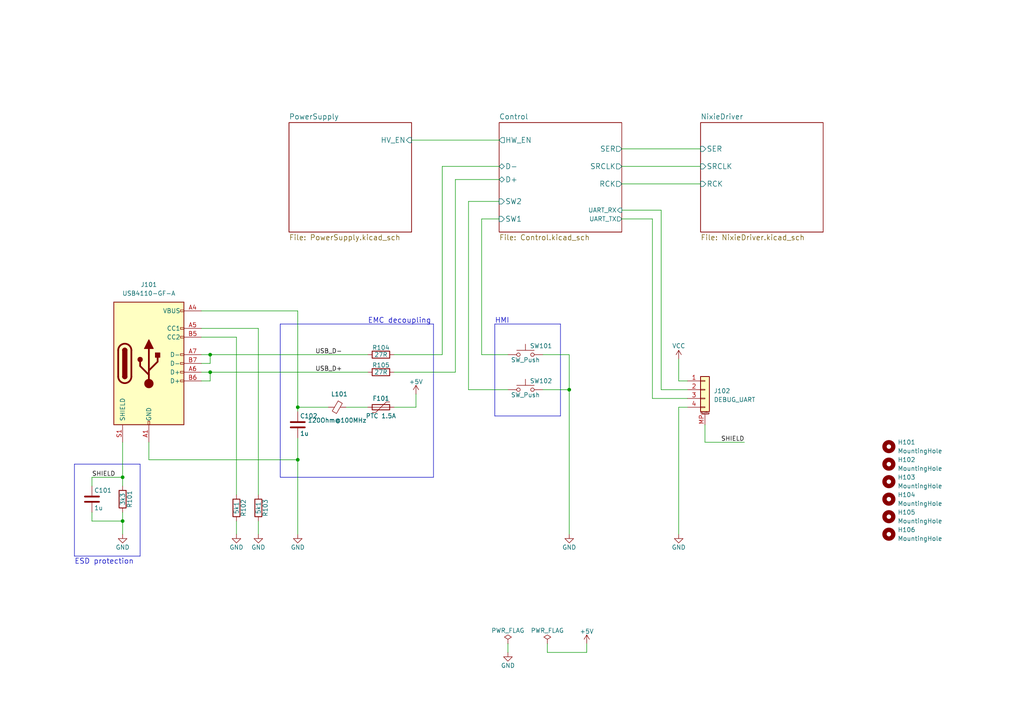
<source format=kicad_sch>
(kicad_sch (version 20230121) (generator eeschema)

  (uuid 93b23311-7353-47b7-aa73-3dc6f6fdf308)

  (paper "A4")

  (lib_symbols
    (symbol "Connector:USB_C_Receptacle_USB2.0_14P" (pin_names (offset 1.016)) (in_bom yes) (on_board yes)
      (property "Reference" "J" (at 0 22.225 0)
        (effects (font (size 1.27 1.27)))
      )
      (property "Value" "USB_C_Receptacle_USB2.0_14P" (at 0 19.685 0)
        (effects (font (size 1.27 1.27)))
      )
      (property "Footprint" "" (at 3.81 0 0)
        (effects (font (size 1.27 1.27)) hide)
      )
      (property "Datasheet" "https://www.usb.org/sites/default/files/documents/usb_type-c.zip" (at 3.81 0 0)
        (effects (font (size 1.27 1.27)) hide)
      )
      (property "ki_keywords" "usb universal serial bus type-C USB2.0" (at 0 0 0)
        (effects (font (size 1.27 1.27)) hide)
      )
      (property "ki_description" "USB 2.0-only 14P Type-C Receptacle connector" (at 0 0 0)
        (effects (font (size 1.27 1.27)) hide)
      )
      (property "ki_fp_filters" "USB*C*Receptacle*" (at 0 0 0)
        (effects (font (size 1.27 1.27)) hide)
      )
      (symbol "USB_C_Receptacle_USB2.0_14P_0_0"
        (rectangle (start -0.254 -17.78) (end 0.254 -16.764)
          (stroke (width 0) (type default))
          (fill (type none))
        )
        (rectangle (start 10.16 -4.826) (end 9.144 -5.334)
          (stroke (width 0) (type default))
          (fill (type none))
        )
        (rectangle (start 10.16 -2.286) (end 9.144 -2.794)
          (stroke (width 0) (type default))
          (fill (type none))
        )
        (rectangle (start 10.16 0.254) (end 9.144 -0.254)
          (stroke (width 0) (type default))
          (fill (type none))
        )
        (rectangle (start 10.16 2.794) (end 9.144 2.286)
          (stroke (width 0) (type default))
          (fill (type none))
        )
        (rectangle (start 10.16 7.874) (end 9.144 7.366)
          (stroke (width 0) (type default))
          (fill (type none))
        )
        (rectangle (start 10.16 10.414) (end 9.144 9.906)
          (stroke (width 0) (type default))
          (fill (type none))
        )
        (rectangle (start 10.16 15.494) (end 9.144 14.986)
          (stroke (width 0) (type default))
          (fill (type none))
        )
      )
      (symbol "USB_C_Receptacle_USB2.0_14P_0_1"
        (rectangle (start -10.16 17.78) (end 10.16 -17.78)
          (stroke (width 0.254) (type default))
          (fill (type background))
        )
        (arc (start -8.89 -3.81) (mid -6.985 -5.7067) (end -5.08 -3.81)
          (stroke (width 0.508) (type default))
          (fill (type none))
        )
        (arc (start -7.62 -3.81) (mid -6.985 -4.4423) (end -6.35 -3.81)
          (stroke (width 0.254) (type default))
          (fill (type none))
        )
        (arc (start -7.62 -3.81) (mid -6.985 -4.4423) (end -6.35 -3.81)
          (stroke (width 0.254) (type default))
          (fill (type outline))
        )
        (rectangle (start -7.62 -3.81) (end -6.35 3.81)
          (stroke (width 0.254) (type default))
          (fill (type outline))
        )
        (arc (start -6.35 3.81) (mid -6.985 4.4423) (end -7.62 3.81)
          (stroke (width 0.254) (type default))
          (fill (type none))
        )
        (arc (start -6.35 3.81) (mid -6.985 4.4423) (end -7.62 3.81)
          (stroke (width 0.254) (type default))
          (fill (type outline))
        )
        (arc (start -5.08 3.81) (mid -6.985 5.7067) (end -8.89 3.81)
          (stroke (width 0.508) (type default))
          (fill (type none))
        )
        (circle (center -2.54 1.143) (radius 0.635)
          (stroke (width 0.254) (type default))
          (fill (type outline))
        )
        (circle (center 0 -5.842) (radius 1.27)
          (stroke (width 0) (type default))
          (fill (type outline))
        )
        (polyline
          (pts
            (xy -8.89 -3.81)
            (xy -8.89 3.81)
          )
          (stroke (width 0.508) (type default))
          (fill (type none))
        )
        (polyline
          (pts
            (xy -5.08 3.81)
            (xy -5.08 -3.81)
          )
          (stroke (width 0.508) (type default))
          (fill (type none))
        )
        (polyline
          (pts
            (xy 0 -5.842)
            (xy 0 4.318)
          )
          (stroke (width 0.508) (type default))
          (fill (type none))
        )
        (polyline
          (pts
            (xy 0 -3.302)
            (xy -2.54 -0.762)
            (xy -2.54 0.508)
          )
          (stroke (width 0.508) (type default))
          (fill (type none))
        )
        (polyline
          (pts
            (xy 0 -2.032)
            (xy 2.54 0.508)
            (xy 2.54 1.778)
          )
          (stroke (width 0.508) (type default))
          (fill (type none))
        )
        (polyline
          (pts
            (xy -1.27 4.318)
            (xy 0 6.858)
            (xy 1.27 4.318)
            (xy -1.27 4.318)
          )
          (stroke (width 0.254) (type default))
          (fill (type outline))
        )
        (rectangle (start 1.905 1.778) (end 3.175 3.048)
          (stroke (width 0.254) (type default))
          (fill (type outline))
        )
      )
      (symbol "USB_C_Receptacle_USB2.0_14P_1_1"
        (pin passive line (at 0 -22.86 90) (length 5.08)
          (name "GND" (effects (font (size 1.27 1.27))))
          (number "A1" (effects (font (size 1.27 1.27))))
        )
        (pin passive line (at 0 -22.86 90) (length 5.08) hide
          (name "GND" (effects (font (size 1.27 1.27))))
          (number "A12" (effects (font (size 1.27 1.27))))
        )
        (pin passive line (at 15.24 15.24 180) (length 5.08)
          (name "VBUS" (effects (font (size 1.27 1.27))))
          (number "A4" (effects (font (size 1.27 1.27))))
        )
        (pin bidirectional line (at 15.24 10.16 180) (length 5.08)
          (name "CC1" (effects (font (size 1.27 1.27))))
          (number "A5" (effects (font (size 1.27 1.27))))
        )
        (pin bidirectional line (at 15.24 -2.54 180) (length 5.08)
          (name "D+" (effects (font (size 1.27 1.27))))
          (number "A6" (effects (font (size 1.27 1.27))))
        )
        (pin bidirectional line (at 15.24 2.54 180) (length 5.08)
          (name "D-" (effects (font (size 1.27 1.27))))
          (number "A7" (effects (font (size 1.27 1.27))))
        )
        (pin passive line (at 15.24 15.24 180) (length 5.08) hide
          (name "VBUS" (effects (font (size 1.27 1.27))))
          (number "A9" (effects (font (size 1.27 1.27))))
        )
        (pin passive line (at 0 -22.86 90) (length 5.08) hide
          (name "GND" (effects (font (size 1.27 1.27))))
          (number "B1" (effects (font (size 1.27 1.27))))
        )
        (pin passive line (at 0 -22.86 90) (length 5.08) hide
          (name "GND" (effects (font (size 1.27 1.27))))
          (number "B12" (effects (font (size 1.27 1.27))))
        )
        (pin passive line (at 15.24 15.24 180) (length 5.08) hide
          (name "VBUS" (effects (font (size 1.27 1.27))))
          (number "B4" (effects (font (size 1.27 1.27))))
        )
        (pin bidirectional line (at 15.24 7.62 180) (length 5.08)
          (name "CC2" (effects (font (size 1.27 1.27))))
          (number "B5" (effects (font (size 1.27 1.27))))
        )
        (pin bidirectional line (at 15.24 -5.08 180) (length 5.08)
          (name "D+" (effects (font (size 1.27 1.27))))
          (number "B6" (effects (font (size 1.27 1.27))))
        )
        (pin bidirectional line (at 15.24 0 180) (length 5.08)
          (name "D-" (effects (font (size 1.27 1.27))))
          (number "B7" (effects (font (size 1.27 1.27))))
        )
        (pin passive line (at 15.24 15.24 180) (length 5.08) hide
          (name "VBUS" (effects (font (size 1.27 1.27))))
          (number "B9" (effects (font (size 1.27 1.27))))
        )
        (pin passive line (at -7.62 -22.86 90) (length 5.08)
          (name "SHIELD" (effects (font (size 1.27 1.27))))
          (number "S1" (effects (font (size 1.27 1.27))))
        )
      )
    )
    (symbol "Connector_Generic_MountingPin:Conn_01x04_MountingPin" (pin_names (offset 1.016) hide) (in_bom yes) (on_board yes)
      (property "Reference" "J" (at 0 5.08 0)
        (effects (font (size 1.27 1.27)))
      )
      (property "Value" "Conn_01x04_MountingPin" (at 1.27 -7.62 0)
        (effects (font (size 1.27 1.27)) (justify left))
      )
      (property "Footprint" "" (at 0 0 0)
        (effects (font (size 1.27 1.27)) hide)
      )
      (property "Datasheet" "~" (at 0 0 0)
        (effects (font (size 1.27 1.27)) hide)
      )
      (property "ki_keywords" "connector" (at 0 0 0)
        (effects (font (size 1.27 1.27)) hide)
      )
      (property "ki_description" "Generic connectable mounting pin connector, single row, 01x04, script generated (kicad-library-utils/schlib/autogen/connector/)" (at 0 0 0)
        (effects (font (size 1.27 1.27)) hide)
      )
      (property "ki_fp_filters" "Connector*:*_1x??-1MP*" (at 0 0 0)
        (effects (font (size 1.27 1.27)) hide)
      )
      (symbol "Conn_01x04_MountingPin_1_1"
        (rectangle (start -1.27 -4.953) (end 0 -5.207)
          (stroke (width 0.1524) (type default))
          (fill (type none))
        )
        (rectangle (start -1.27 -2.413) (end 0 -2.667)
          (stroke (width 0.1524) (type default))
          (fill (type none))
        )
        (rectangle (start -1.27 0.127) (end 0 -0.127)
          (stroke (width 0.1524) (type default))
          (fill (type none))
        )
        (rectangle (start -1.27 2.667) (end 0 2.413)
          (stroke (width 0.1524) (type default))
          (fill (type none))
        )
        (rectangle (start -1.27 3.81) (end 1.27 -6.35)
          (stroke (width 0.254) (type default))
          (fill (type background))
        )
        (polyline
          (pts
            (xy -1.016 -7.112)
            (xy 1.016 -7.112)
          )
          (stroke (width 0.1524) (type default))
          (fill (type none))
        )
        (text "Mounting" (at 0 -6.731 0)
          (effects (font (size 0.381 0.381)))
        )
        (pin passive line (at -5.08 2.54 0) (length 3.81)
          (name "Pin_1" (effects (font (size 1.27 1.27))))
          (number "1" (effects (font (size 1.27 1.27))))
        )
        (pin passive line (at -5.08 0 0) (length 3.81)
          (name "Pin_2" (effects (font (size 1.27 1.27))))
          (number "2" (effects (font (size 1.27 1.27))))
        )
        (pin passive line (at -5.08 -2.54 0) (length 3.81)
          (name "Pin_3" (effects (font (size 1.27 1.27))))
          (number "3" (effects (font (size 1.27 1.27))))
        )
        (pin passive line (at -5.08 -5.08 0) (length 3.81)
          (name "Pin_4" (effects (font (size 1.27 1.27))))
          (number "4" (effects (font (size 1.27 1.27))))
        )
        (pin passive line (at 0 -10.16 90) (length 3.048)
          (name "MountPin" (effects (font (size 1.27 1.27))))
          (number "MP" (effects (font (size 1.27 1.27))))
        )
      )
    )
    (symbol "Device:C" (pin_numbers hide) (pin_names (offset 0.254)) (in_bom yes) (on_board yes)
      (property "Reference" "C" (at 0.635 2.54 0)
        (effects (font (size 1.27 1.27)) (justify left))
      )
      (property "Value" "C" (at 0.635 -2.54 0)
        (effects (font (size 1.27 1.27)) (justify left))
      )
      (property "Footprint" "" (at 0.9652 -3.81 0)
        (effects (font (size 1.27 1.27)) hide)
      )
      (property "Datasheet" "~" (at 0 0 0)
        (effects (font (size 1.27 1.27)) hide)
      )
      (property "ki_keywords" "cap capacitor" (at 0 0 0)
        (effects (font (size 1.27 1.27)) hide)
      )
      (property "ki_description" "Unpolarized capacitor" (at 0 0 0)
        (effects (font (size 1.27 1.27)) hide)
      )
      (property "ki_fp_filters" "C_*" (at 0 0 0)
        (effects (font (size 1.27 1.27)) hide)
      )
      (symbol "C_0_1"
        (polyline
          (pts
            (xy -2.032 -0.762)
            (xy 2.032 -0.762)
          )
          (stroke (width 0.508) (type default))
          (fill (type none))
        )
        (polyline
          (pts
            (xy -2.032 0.762)
            (xy 2.032 0.762)
          )
          (stroke (width 0.508) (type default))
          (fill (type none))
        )
      )
      (symbol "C_1_1"
        (pin passive line (at 0 3.81 270) (length 2.794)
          (name "~" (effects (font (size 1.27 1.27))))
          (number "1" (effects (font (size 1.27 1.27))))
        )
        (pin passive line (at 0 -3.81 90) (length 2.794)
          (name "~" (effects (font (size 1.27 1.27))))
          (number "2" (effects (font (size 1.27 1.27))))
        )
      )
    )
    (symbol "Device:FerriteBead_Small" (pin_numbers hide) (pin_names (offset 0)) (in_bom yes) (on_board yes)
      (property "Reference" "FB" (at 1.905 1.27 0)
        (effects (font (size 1.27 1.27)) (justify left))
      )
      (property "Value" "FerriteBead_Small" (at 1.905 -1.27 0)
        (effects (font (size 1.27 1.27)) (justify left))
      )
      (property "Footprint" "" (at -1.778 0 90)
        (effects (font (size 1.27 1.27)) hide)
      )
      (property "Datasheet" "~" (at 0 0 0)
        (effects (font (size 1.27 1.27)) hide)
      )
      (property "ki_keywords" "L ferrite bead inductor filter" (at 0 0 0)
        (effects (font (size 1.27 1.27)) hide)
      )
      (property "ki_description" "Ferrite bead, small symbol" (at 0 0 0)
        (effects (font (size 1.27 1.27)) hide)
      )
      (property "ki_fp_filters" "Inductor_* L_* *Ferrite*" (at 0 0 0)
        (effects (font (size 1.27 1.27)) hide)
      )
      (symbol "FerriteBead_Small_0_1"
        (polyline
          (pts
            (xy 0 -1.27)
            (xy 0 -0.7874)
          )
          (stroke (width 0) (type default))
          (fill (type none))
        )
        (polyline
          (pts
            (xy 0 0.889)
            (xy 0 1.2954)
          )
          (stroke (width 0) (type default))
          (fill (type none))
        )
        (polyline
          (pts
            (xy -1.8288 0.2794)
            (xy -1.1176 1.4986)
            (xy 1.8288 -0.2032)
            (xy 1.1176 -1.4224)
            (xy -1.8288 0.2794)
          )
          (stroke (width 0) (type default))
          (fill (type none))
        )
      )
      (symbol "FerriteBead_Small_1_1"
        (pin passive line (at 0 2.54 270) (length 1.27)
          (name "~" (effects (font (size 1.27 1.27))))
          (number "1" (effects (font (size 1.27 1.27))))
        )
        (pin passive line (at 0 -2.54 90) (length 1.27)
          (name "~" (effects (font (size 1.27 1.27))))
          (number "2" (effects (font (size 1.27 1.27))))
        )
      )
    )
    (symbol "Device:Polyfuse" (pin_numbers hide) (pin_names (offset 0)) (in_bom yes) (on_board yes)
      (property "Reference" "F" (at -2.54 0 90)
        (effects (font (size 1.27 1.27)))
      )
      (property "Value" "Polyfuse" (at 2.54 0 90)
        (effects (font (size 1.27 1.27)))
      )
      (property "Footprint" "" (at 1.27 -5.08 0)
        (effects (font (size 1.27 1.27)) (justify left) hide)
      )
      (property "Datasheet" "~" (at 0 0 0)
        (effects (font (size 1.27 1.27)) hide)
      )
      (property "ki_keywords" "resettable fuse PTC PPTC polyfuse polyswitch" (at 0 0 0)
        (effects (font (size 1.27 1.27)) hide)
      )
      (property "ki_description" "Resettable fuse, polymeric positive temperature coefficient" (at 0 0 0)
        (effects (font (size 1.27 1.27)) hide)
      )
      (property "ki_fp_filters" "*polyfuse* *PTC*" (at 0 0 0)
        (effects (font (size 1.27 1.27)) hide)
      )
      (symbol "Polyfuse_0_1"
        (rectangle (start -0.762 2.54) (end 0.762 -2.54)
          (stroke (width 0.254) (type default))
          (fill (type none))
        )
        (polyline
          (pts
            (xy 0 2.54)
            (xy 0 -2.54)
          )
          (stroke (width 0) (type default))
          (fill (type none))
        )
        (polyline
          (pts
            (xy -1.524 2.54)
            (xy -1.524 1.524)
            (xy 1.524 -1.524)
            (xy 1.524 -2.54)
          )
          (stroke (width 0) (type default))
          (fill (type none))
        )
      )
      (symbol "Polyfuse_1_1"
        (pin passive line (at 0 3.81 270) (length 1.27)
          (name "~" (effects (font (size 1.27 1.27))))
          (number "1" (effects (font (size 1.27 1.27))))
        )
        (pin passive line (at 0 -3.81 90) (length 1.27)
          (name "~" (effects (font (size 1.27 1.27))))
          (number "2" (effects (font (size 1.27 1.27))))
        )
      )
    )
    (symbol "Device:R" (pin_numbers hide) (pin_names (offset 0)) (in_bom yes) (on_board yes)
      (property "Reference" "R" (at 2.032 0 90)
        (effects (font (size 1.27 1.27)))
      )
      (property "Value" "R" (at 0 0 90)
        (effects (font (size 1.27 1.27)))
      )
      (property "Footprint" "" (at -1.778 0 90)
        (effects (font (size 1.27 1.27)) hide)
      )
      (property "Datasheet" "~" (at 0 0 0)
        (effects (font (size 1.27 1.27)) hide)
      )
      (property "ki_keywords" "R res resistor" (at 0 0 0)
        (effects (font (size 1.27 1.27)) hide)
      )
      (property "ki_description" "Resistor" (at 0 0 0)
        (effects (font (size 1.27 1.27)) hide)
      )
      (property "ki_fp_filters" "R_*" (at 0 0 0)
        (effects (font (size 1.27 1.27)) hide)
      )
      (symbol "R_0_1"
        (rectangle (start -1.016 -2.54) (end 1.016 2.54)
          (stroke (width 0.254) (type default))
          (fill (type none))
        )
      )
      (symbol "R_1_1"
        (pin passive line (at 0 3.81 270) (length 1.27)
          (name "~" (effects (font (size 1.27 1.27))))
          (number "1" (effects (font (size 1.27 1.27))))
        )
        (pin passive line (at 0 -3.81 90) (length 1.27)
          (name "~" (effects (font (size 1.27 1.27))))
          (number "2" (effects (font (size 1.27 1.27))))
        )
      )
    )
    (symbol "Mechanical:MountingHole" (pin_names (offset 1.016)) (in_bom yes) (on_board yes)
      (property "Reference" "H" (at 0 5.08 0)
        (effects (font (size 1.27 1.27)))
      )
      (property "Value" "MountingHole" (at 0 3.175 0)
        (effects (font (size 1.27 1.27)))
      )
      (property "Footprint" "" (at 0 0 0)
        (effects (font (size 1.27 1.27)) hide)
      )
      (property "Datasheet" "~" (at 0 0 0)
        (effects (font (size 1.27 1.27)) hide)
      )
      (property "ki_keywords" "mounting hole" (at 0 0 0)
        (effects (font (size 1.27 1.27)) hide)
      )
      (property "ki_description" "Mounting Hole without connection" (at 0 0 0)
        (effects (font (size 1.27 1.27)) hide)
      )
      (property "ki_fp_filters" "MountingHole*" (at 0 0 0)
        (effects (font (size 1.27 1.27)) hide)
      )
      (symbol "MountingHole_0_1"
        (circle (center 0 0) (radius 1.27)
          (stroke (width 1.27) (type default))
          (fill (type none))
        )
      )
    )
    (symbol "Switch:SW_Push" (pin_numbers hide) (pin_names (offset 1.016) hide) (in_bom yes) (on_board yes)
      (property "Reference" "SW" (at 1.27 2.54 0)
        (effects (font (size 1.27 1.27)) (justify left))
      )
      (property "Value" "SW_Push" (at 0 -1.524 0)
        (effects (font (size 1.27 1.27)))
      )
      (property "Footprint" "" (at 0 5.08 0)
        (effects (font (size 1.27 1.27)) hide)
      )
      (property "Datasheet" "~" (at 0 5.08 0)
        (effects (font (size 1.27 1.27)) hide)
      )
      (property "ki_keywords" "switch normally-open pushbutton push-button" (at 0 0 0)
        (effects (font (size 1.27 1.27)) hide)
      )
      (property "ki_description" "Push button switch, generic, two pins" (at 0 0 0)
        (effects (font (size 1.27 1.27)) hide)
      )
      (symbol "SW_Push_0_1"
        (circle (center -2.032 0) (radius 0.508)
          (stroke (width 0) (type default))
          (fill (type none))
        )
        (polyline
          (pts
            (xy 0 1.27)
            (xy 0 3.048)
          )
          (stroke (width 0) (type default))
          (fill (type none))
        )
        (polyline
          (pts
            (xy 2.54 1.27)
            (xy -2.54 1.27)
          )
          (stroke (width 0) (type default))
          (fill (type none))
        )
        (circle (center 2.032 0) (radius 0.508)
          (stroke (width 0) (type default))
          (fill (type none))
        )
        (pin passive line (at -5.08 0 0) (length 2.54)
          (name "1" (effects (font (size 1.27 1.27))))
          (number "1" (effects (font (size 1.27 1.27))))
        )
        (pin passive line (at 5.08 0 180) (length 2.54)
          (name "2" (effects (font (size 1.27 1.27))))
          (number "2" (effects (font (size 1.27 1.27))))
        )
      )
    )
    (symbol "power:+5V" (power) (pin_names (offset 0)) (in_bom yes) (on_board yes)
      (property "Reference" "#PWR" (at 0 -3.81 0)
        (effects (font (size 1.27 1.27)) hide)
      )
      (property "Value" "+5V" (at 0 3.556 0)
        (effects (font (size 1.27 1.27)))
      )
      (property "Footprint" "" (at 0 0 0)
        (effects (font (size 1.27 1.27)) hide)
      )
      (property "Datasheet" "" (at 0 0 0)
        (effects (font (size 1.27 1.27)) hide)
      )
      (property "ki_keywords" "global power" (at 0 0 0)
        (effects (font (size 1.27 1.27)) hide)
      )
      (property "ki_description" "Power symbol creates a global label with name \"+5V\"" (at 0 0 0)
        (effects (font (size 1.27 1.27)) hide)
      )
      (symbol "+5V_0_1"
        (polyline
          (pts
            (xy -0.762 1.27)
            (xy 0 2.54)
          )
          (stroke (width 0) (type default))
          (fill (type none))
        )
        (polyline
          (pts
            (xy 0 0)
            (xy 0 2.54)
          )
          (stroke (width 0) (type default))
          (fill (type none))
        )
        (polyline
          (pts
            (xy 0 2.54)
            (xy 0.762 1.27)
          )
          (stroke (width 0) (type default))
          (fill (type none))
        )
      )
      (symbol "+5V_1_1"
        (pin power_in line (at 0 0 90) (length 0) hide
          (name "+5V" (effects (font (size 1.27 1.27))))
          (number "1" (effects (font (size 1.27 1.27))))
        )
      )
    )
    (symbol "power:GND" (power) (pin_names (offset 0)) (in_bom yes) (on_board yes)
      (property "Reference" "#PWR" (at 0 -6.35 0)
        (effects (font (size 1.27 1.27)) hide)
      )
      (property "Value" "GND" (at 0 -3.81 0)
        (effects (font (size 1.27 1.27)))
      )
      (property "Footprint" "" (at 0 0 0)
        (effects (font (size 1.27 1.27)) hide)
      )
      (property "Datasheet" "" (at 0 0 0)
        (effects (font (size 1.27 1.27)) hide)
      )
      (property "ki_keywords" "global power" (at 0 0 0)
        (effects (font (size 1.27 1.27)) hide)
      )
      (property "ki_description" "Power symbol creates a global label with name \"GND\" , ground" (at 0 0 0)
        (effects (font (size 1.27 1.27)) hide)
      )
      (symbol "GND_0_1"
        (polyline
          (pts
            (xy 0 0)
            (xy 0 -1.27)
            (xy 1.27 -1.27)
            (xy 0 -2.54)
            (xy -1.27 -1.27)
            (xy 0 -1.27)
          )
          (stroke (width 0) (type default))
          (fill (type none))
        )
      )
      (symbol "GND_1_1"
        (pin power_in line (at 0 0 270) (length 0) hide
          (name "GND" (effects (font (size 1.27 1.27))))
          (number "1" (effects (font (size 1.27 1.27))))
        )
      )
    )
    (symbol "power:PWR_FLAG" (power) (pin_numbers hide) (pin_names (offset 0) hide) (in_bom yes) (on_board yes)
      (property "Reference" "#FLG" (at 0 1.905 0)
        (effects (font (size 1.27 1.27)) hide)
      )
      (property "Value" "PWR_FLAG" (at 0 3.81 0)
        (effects (font (size 1.27 1.27)))
      )
      (property "Footprint" "" (at 0 0 0)
        (effects (font (size 1.27 1.27)) hide)
      )
      (property "Datasheet" "~" (at 0 0 0)
        (effects (font (size 1.27 1.27)) hide)
      )
      (property "ki_keywords" "flag power" (at 0 0 0)
        (effects (font (size 1.27 1.27)) hide)
      )
      (property "ki_description" "Special symbol for telling ERC where power comes from" (at 0 0 0)
        (effects (font (size 1.27 1.27)) hide)
      )
      (symbol "PWR_FLAG_0_0"
        (pin power_out line (at 0 0 90) (length 0)
          (name "pwr" (effects (font (size 1.27 1.27))))
          (number "1" (effects (font (size 1.27 1.27))))
        )
      )
      (symbol "PWR_FLAG_0_1"
        (polyline
          (pts
            (xy 0 0)
            (xy 0 1.27)
            (xy -1.016 1.905)
            (xy 0 2.54)
            (xy 1.016 1.905)
            (xy 0 1.27)
          )
          (stroke (width 0) (type default))
          (fill (type none))
        )
      )
    )
    (symbol "power:VCC" (power) (pin_names (offset 0)) (in_bom yes) (on_board yes)
      (property "Reference" "#PWR" (at 0 -3.81 0)
        (effects (font (size 1.27 1.27)) hide)
      )
      (property "Value" "VCC" (at 0 3.81 0)
        (effects (font (size 1.27 1.27)))
      )
      (property "Footprint" "" (at 0 0 0)
        (effects (font (size 1.27 1.27)) hide)
      )
      (property "Datasheet" "" (at 0 0 0)
        (effects (font (size 1.27 1.27)) hide)
      )
      (property "ki_keywords" "global power" (at 0 0 0)
        (effects (font (size 1.27 1.27)) hide)
      )
      (property "ki_description" "Power symbol creates a global label with name \"VCC\"" (at 0 0 0)
        (effects (font (size 1.27 1.27)) hide)
      )
      (symbol "VCC_0_1"
        (polyline
          (pts
            (xy -0.762 1.27)
            (xy 0 2.54)
          )
          (stroke (width 0) (type default))
          (fill (type none))
        )
        (polyline
          (pts
            (xy 0 0)
            (xy 0 2.54)
          )
          (stroke (width 0) (type default))
          (fill (type none))
        )
        (polyline
          (pts
            (xy 0 2.54)
            (xy 0.762 1.27)
          )
          (stroke (width 0) (type default))
          (fill (type none))
        )
      )
      (symbol "VCC_1_1"
        (pin power_in line (at 0 0 90) (length 0) hide
          (name "VCC" (effects (font (size 1.27 1.27))))
          (number "1" (effects (font (size 1.27 1.27))))
        )
      )
    )
  )

  (junction (at 86.36 118.11) (diameter 0) (color 0 0 0 0)
    (uuid 07d948f6-9da3-4e86-a1bc-3eeb9f427964)
  )
  (junction (at 60.96 102.87) (diameter 0) (color 0 0 0 0)
    (uuid 22dcda90-cfcb-4db9-8831-c5db668b18a7)
  )
  (junction (at 35.56 138.43) (diameter 0) (color 0 0 0 0)
    (uuid 5f24413b-9cf0-4431-8215-1ae117a405f4)
  )
  (junction (at 86.36 133.35) (diameter 0) (color 0 0 0 0)
    (uuid 8efb6eef-6a82-4b8d-89b4-fffefec3ce25)
  )
  (junction (at 35.56 151.13) (diameter 0) (color 0 0 0 0)
    (uuid 9e81b8b6-2ac2-4117-b525-08e7936ace11)
  )
  (junction (at 60.96 107.95) (diameter 0) (color 0 0 0 0)
    (uuid afcaa54e-8d7c-4d7c-8c80-48eb6bc54061)
  )
  (junction (at 165.1 113.03) (diameter 0) (color 0 0 0 0)
    (uuid bae2b3d8-a6fb-4552-ae98-171af091b444)
  )

  (wire (pts (xy 191.77 113.03) (xy 199.39 113.03))
    (stroke (width 0) (type default))
    (uuid 0441f2e5-0754-4409-8288-8cff3ad3060a)
  )
  (wire (pts (xy 26.67 148.59) (xy 26.67 151.13))
    (stroke (width 0) (type default))
    (uuid 17d2a28e-361d-4af8-9a9d-e144dcf81a75)
  )
  (wire (pts (xy 180.34 60.96) (xy 191.77 60.96))
    (stroke (width 0) (type default))
    (uuid 18491d91-e9dd-4f15-9fa7-0ebc3284e856)
  )
  (wire (pts (xy 35.56 148.59) (xy 35.56 151.13))
    (stroke (width 0) (type default))
    (uuid 18949791-93b9-4482-99fa-bc1c8f39f327)
  )
  (wire (pts (xy 58.42 107.95) (xy 60.96 107.95))
    (stroke (width 0) (type default))
    (uuid 19a71bdd-dcc1-4bb7-b807-5bc4a46f3666)
  )
  (wire (pts (xy 147.32 189.23) (xy 147.32 186.69))
    (stroke (width 0) (type default))
    (uuid 19c3d4ee-0d86-4f2e-8f11-a8dcff84e1ba)
  )
  (wire (pts (xy 86.36 118.11) (xy 95.25 118.11))
    (stroke (width 0) (type default))
    (uuid 22d6b1a6-2728-4422-be1c-b0c5503cd27f)
  )
  (wire (pts (xy 68.58 151.13) (xy 68.58 154.94))
    (stroke (width 0) (type default))
    (uuid 23afda09-9e2f-42d8-806a-d5b5451bcd99)
  )
  (wire (pts (xy 132.08 52.07) (xy 144.78 52.07))
    (stroke (width 0) (type default))
    (uuid 24e4b961-e098-4394-9bcf-bf6e2a0d3984)
  )
  (wire (pts (xy 35.56 151.13) (xy 35.56 154.94))
    (stroke (width 0) (type default))
    (uuid 25a0bd08-00ab-40f8-8698-c774054f9f78)
  )
  (wire (pts (xy 196.85 118.11) (xy 196.85 154.94))
    (stroke (width 0) (type default))
    (uuid 2a5bf2ff-c2c8-4659-9681-c762dac4f090)
  )
  (wire (pts (xy 58.42 90.17) (xy 86.36 90.17))
    (stroke (width 0) (type default))
    (uuid 31fbe77e-1158-4eda-974e-7755794805a2)
  )
  (wire (pts (xy 43.18 128.27) (xy 43.18 133.35))
    (stroke (width 0) (type default))
    (uuid 336afe2a-61cd-4c08-8efd-10ccaa8a36c7)
  )
  (wire (pts (xy 58.42 105.41) (xy 60.96 105.41))
    (stroke (width 0) (type default))
    (uuid 372d45f0-d6b9-4cba-9a9b-a3aae70dc494)
  )
  (wire (pts (xy 199.39 118.11) (xy 196.85 118.11))
    (stroke (width 0) (type default))
    (uuid 377840e1-f5f1-4e6c-9508-efcc5c25cad4)
  )
  (polyline (pts (xy 40.64 161.29) (xy 40.64 134.62))
    (stroke (width 0) (type default))
    (uuid 3d8c33d2-c54f-4339-9ac3-52eebcc7343d)
  )
  (polyline (pts (xy 143.51 93.98) (xy 143.51 120.65))
    (stroke (width 0) (type default))
    (uuid 405a61a0-4bb3-4916-a38b-037d504a5078)
  )

  (wire (pts (xy 114.3 107.95) (xy 132.08 107.95))
    (stroke (width 0) (type default))
    (uuid 44aee031-1ba0-4ad2-bbe8-82d8c4a85cf2)
  )
  (wire (pts (xy 139.7 102.87) (xy 139.7 63.5))
    (stroke (width 0) (type default))
    (uuid 4566c49a-22b2-45dc-a8ec-93288d15bc64)
  )
  (wire (pts (xy 60.96 105.41) (xy 60.96 102.87))
    (stroke (width 0) (type default))
    (uuid 45dbd63c-f95b-40ff-a367-55164cfcd0b1)
  )
  (wire (pts (xy 74.93 151.13) (xy 74.93 154.94))
    (stroke (width 0) (type default))
    (uuid 4ad6ad7f-0ab5-4d7c-ad57-f72444a0db88)
  )
  (wire (pts (xy 86.36 90.17) (xy 86.36 118.11))
    (stroke (width 0) (type default))
    (uuid 4e21543b-b338-4429-87de-dfd714e38740)
  )
  (polyline (pts (xy 81.28 138.43) (xy 125.73 138.43))
    (stroke (width 0) (type default))
    (uuid 5309ad78-2f73-4d8d-be52-4486f912d355)
  )

  (wire (pts (xy 165.1 113.03) (xy 157.48 113.03))
    (stroke (width 0) (type default))
    (uuid 53cb4cd9-1e47-48ca-a1ce-4c530af67b69)
  )
  (wire (pts (xy 120.65 118.11) (xy 120.65 114.3))
    (stroke (width 0) (type default))
    (uuid 57183640-6ac4-4429-a773-468bbba22b0a)
  )
  (wire (pts (xy 86.36 127) (xy 86.36 133.35))
    (stroke (width 0) (type default))
    (uuid 5779e486-99d0-49f9-a68a-029fcf668637)
  )
  (wire (pts (xy 86.36 118.11) (xy 86.36 119.38))
    (stroke (width 0) (type default))
    (uuid 57c31f33-efcb-46f5-8443-8fea432b98f6)
  )
  (wire (pts (xy 74.93 95.25) (xy 74.93 143.51))
    (stroke (width 0) (type default))
    (uuid 5b8c167f-02de-4845-930c-71f706f00d16)
  )
  (wire (pts (xy 191.77 60.96) (xy 191.77 113.03))
    (stroke (width 0) (type default))
    (uuid 5dc02004-2140-4890-96da-81c9fd2a6c83)
  )
  (wire (pts (xy 68.58 97.79) (xy 68.58 143.51))
    (stroke (width 0) (type default))
    (uuid 60de70c0-8efd-4fc2-8b30-d5ff9ee8c415)
  )
  (wire (pts (xy 135.89 113.03) (xy 135.89 58.42))
    (stroke (width 0) (type default))
    (uuid 6336a141-2623-4cbd-825f-9f7915fd0df8)
  )
  (wire (pts (xy 158.75 189.23) (xy 170.18 189.23))
    (stroke (width 0) (type default))
    (uuid 63f00bd3-56c2-4da3-a3b8-c5ef83fdf98f)
  )
  (wire (pts (xy 128.27 102.87) (xy 128.27 48.26))
    (stroke (width 0) (type default))
    (uuid 646bc116-214f-41d1-bbb6-71b5558c05d9)
  )
  (wire (pts (xy 100.33 118.11) (xy 106.68 118.11))
    (stroke (width 0) (type default))
    (uuid 664d7cd9-9ba4-46e1-a2b6-e9b382b36a4b)
  )
  (wire (pts (xy 147.32 113.03) (xy 135.89 113.03))
    (stroke (width 0) (type default))
    (uuid 6922b12b-c278-4179-94b7-6be075d387fe)
  )
  (wire (pts (xy 26.67 151.13) (xy 35.56 151.13))
    (stroke (width 0) (type default))
    (uuid 70074a52-67b5-4e47-9db9-cc265c796851)
  )
  (wire (pts (xy 114.3 118.11) (xy 120.65 118.11))
    (stroke (width 0) (type default))
    (uuid 70bd9062-c0b8-4405-8210-64a8c53fbc53)
  )
  (wire (pts (xy 35.56 140.97) (xy 35.56 138.43))
    (stroke (width 0) (type default))
    (uuid 70cc3fce-7e98-4de8-b06f-aadc82e39156)
  )
  (wire (pts (xy 180.34 53.34) (xy 203.2 53.34))
    (stroke (width 0) (type default))
    (uuid 738e7311-db25-4ced-9b90-3ec5eec956f2)
  )
  (polyline (pts (xy 162.56 120.65) (xy 162.56 93.98))
    (stroke (width 0) (type default))
    (uuid 75207782-d2ef-4fc5-9ea9-00e3d6e0c9a3)
  )

  (wire (pts (xy 26.67 138.43) (xy 35.56 138.43))
    (stroke (width 0) (type default))
    (uuid 7725625d-2ba5-45ab-8414-cd2371d4d92a)
  )
  (wire (pts (xy 180.34 43.18) (xy 203.2 43.18))
    (stroke (width 0) (type default))
    (uuid 7a4832d6-bf0a-487a-9f49-8ea0a2ac646b)
  )
  (wire (pts (xy 139.7 63.5) (xy 144.78 63.5))
    (stroke (width 0) (type default))
    (uuid 7bc1101c-c015-417a-a6e6-cc4cf9ef747b)
  )
  (wire (pts (xy 132.08 107.95) (xy 132.08 52.07))
    (stroke (width 0) (type default))
    (uuid 7d5847a8-2132-496b-9e8c-f250b5ccd699)
  )
  (wire (pts (xy 58.42 102.87) (xy 60.96 102.87))
    (stroke (width 0) (type default))
    (uuid 7ed1a409-19f0-47de-845b-f52d88e8fcf7)
  )
  (polyline (pts (xy 21.59 134.62) (xy 21.59 161.29))
    (stroke (width 0) (type default))
    (uuid 8d657ef0-7c86-4b5e-a103-ac9597768d84)
  )

  (wire (pts (xy 189.23 63.5) (xy 189.23 115.57))
    (stroke (width 0) (type default))
    (uuid 8f8edd37-a151-4ba3-8a21-d8e2f7a0f40e)
  )
  (wire (pts (xy 114.3 102.87) (xy 128.27 102.87))
    (stroke (width 0) (type default))
    (uuid 8fa1ab60-56aa-4248-a342-db298e29b556)
  )
  (wire (pts (xy 199.39 110.49) (xy 196.85 110.49))
    (stroke (width 0) (type default))
    (uuid 911c4146-81db-4bba-a259-75ea635fd287)
  )
  (wire (pts (xy 35.56 138.43) (xy 35.56 128.27))
    (stroke (width 0) (type default))
    (uuid 916a5545-e974-4129-bdae-c37d471792e5)
  )
  (wire (pts (xy 128.27 48.26) (xy 144.78 48.26))
    (stroke (width 0) (type default))
    (uuid 9425d9ac-db23-4471-ac78-74f7b03f6c7d)
  )
  (wire (pts (xy 165.1 113.03) (xy 165.1 154.94))
    (stroke (width 0) (type default))
    (uuid 969f3a2a-8e31-40a2-a012-488bdec938bd)
  )
  (wire (pts (xy 165.1 102.87) (xy 165.1 113.03))
    (stroke (width 0) (type default))
    (uuid 9b1f582b-d61f-4cf9-9f0b-e3cbd14e2a8f)
  )
  (wire (pts (xy 60.96 107.95) (xy 106.68 107.95))
    (stroke (width 0) (type default))
    (uuid 9d49d4b7-4a76-4209-804c-15ae4346e26c)
  )
  (wire (pts (xy 189.23 115.57) (xy 199.39 115.57))
    (stroke (width 0) (type default))
    (uuid 9e3a2246-1c7b-4bf9-80dc-0af63ae81feb)
  )
  (wire (pts (xy 157.48 102.87) (xy 165.1 102.87))
    (stroke (width 0) (type default))
    (uuid a080ba0c-2e72-4c0e-a715-3da170de5786)
  )
  (wire (pts (xy 204.47 128.27) (xy 215.9 128.27))
    (stroke (width 0) (type default))
    (uuid a13e2f27-9257-4ab9-981d-b3993e97f65d)
  )
  (wire (pts (xy 86.36 133.35) (xy 86.36 154.94))
    (stroke (width 0) (type default))
    (uuid acb84442-0b2a-4f29-9dac-e5a9e341a979)
  )
  (wire (pts (xy 147.32 102.87) (xy 139.7 102.87))
    (stroke (width 0) (type default))
    (uuid ad1a9798-9ed6-4409-8ce5-38386c610e28)
  )
  (wire (pts (xy 43.18 133.35) (xy 86.36 133.35))
    (stroke (width 0) (type default))
    (uuid aed836e6-c66f-4223-a4c6-c9ea6dc7cb11)
  )
  (wire (pts (xy 60.96 110.49) (xy 60.96 107.95))
    (stroke (width 0) (type default))
    (uuid af779426-dcd3-40e2-a90b-d605c2c7a550)
  )
  (wire (pts (xy 158.75 186.69) (xy 158.75 189.23))
    (stroke (width 0) (type default))
    (uuid b2a8819b-e656-443a-84d6-0c79c5330801)
  )
  (polyline (pts (xy 81.28 93.98) (xy 81.28 138.43))
    (stroke (width 0) (type default))
    (uuid b2c8e960-997c-44a8-a4b2-11244db98cef)
  )
  (polyline (pts (xy 21.59 161.29) (xy 40.64 161.29))
    (stroke (width 0) (type default))
    (uuid b3e29f21-2a89-4051-ae52-cc86578b4ec2)
  )

  (wire (pts (xy 58.42 95.25) (xy 74.93 95.25))
    (stroke (width 0) (type default))
    (uuid b8cc28f9-ae0d-4dc8-9c67-bb1027b1d7a7)
  )
  (polyline (pts (xy 40.64 134.62) (xy 21.59 134.62))
    (stroke (width 0) (type default))
    (uuid b91019c5-9e49-4f9e-b48d-b419d2d15a29)
  )
  (polyline (pts (xy 125.73 93.98) (xy 81.28 93.98))
    (stroke (width 0) (type default))
    (uuid c28cd233-dc61-4ab5-b6df-b0a3a8f5eec6)
  )

  (wire (pts (xy 180.34 48.26) (xy 203.2 48.26))
    (stroke (width 0) (type default))
    (uuid cb44a207-354c-415d-8031-35b9714ce8eb)
  )
  (wire (pts (xy 26.67 138.43) (xy 26.67 140.97))
    (stroke (width 0) (type default))
    (uuid ce5b21dc-cdf2-4f1b-b692-692766a32cf4)
  )
  (wire (pts (xy 135.89 58.42) (xy 144.78 58.42))
    (stroke (width 0) (type default))
    (uuid d713b2d3-a9ac-43dd-8471-a62b4e8b73e6)
  )
  (wire (pts (xy 58.42 97.79) (xy 68.58 97.79))
    (stroke (width 0) (type default))
    (uuid d7e3f2ae-5d35-4bef-9e59-e3bab6ef6900)
  )
  (wire (pts (xy 196.85 110.49) (xy 196.85 104.14))
    (stroke (width 0) (type default))
    (uuid de767b21-d662-4a43-80ad-3177d1c0f0f8)
  )
  (wire (pts (xy 204.47 123.19) (xy 204.47 128.27))
    (stroke (width 0) (type default))
    (uuid df4e1771-7426-40d4-9e66-f5f9989f9810)
  )
  (wire (pts (xy 144.78 40.64) (xy 119.38 40.64))
    (stroke (width 0) (type default))
    (uuid e15fe1c3-72a2-4ab1-af5d-3d011e3aa2d5)
  )
  (polyline (pts (xy 143.51 120.65) (xy 162.56 120.65))
    (stroke (width 0) (type default))
    (uuid ea1182c3-97b5-49ba-9902-4933f7192877)
  )

  (wire (pts (xy 58.42 110.49) (xy 60.96 110.49))
    (stroke (width 0) (type default))
    (uuid ec6df91b-2223-4e4c-809e-558d4785cefc)
  )
  (polyline (pts (xy 125.73 138.43) (xy 125.73 93.98))
    (stroke (width 0) (type default))
    (uuid f0c636cc-baed-40b3-bb31-f571895a50f2)
  )

  (wire (pts (xy 180.34 63.5) (xy 189.23 63.5))
    (stroke (width 0) (type default))
    (uuid f2422dd3-83bd-4420-868f-d5cf98dbbf3f)
  )
  (wire (pts (xy 170.18 189.23) (xy 170.18 186.69))
    (stroke (width 0) (type default))
    (uuid f3ce3dfe-689f-41c4-87e6-f5f50257f798)
  )
  (wire (pts (xy 60.96 102.87) (xy 106.68 102.87))
    (stroke (width 0) (type default))
    (uuid f547a112-87f6-4124-b16f-b47c4ce75671)
  )
  (polyline (pts (xy 162.56 93.98) (xy 143.51 93.98))
    (stroke (width 0) (type default))
    (uuid f9bdf694-1e52-4953-9474-42b13c01102d)
  )

  (text "EMC decoupling" (at 106.68 93.98 0)
    (effects (font (size 1.524 1.524)) (justify left bottom))
    (uuid 09dff63a-5647-4076-ad7a-599e1322d6ce)
  )
  (text "ESD protection" (at 21.59 163.83 0)
    (effects (font (size 1.524 1.524)) (justify left bottom))
    (uuid 44cbca72-b8b5-46ac-aef5-2026fa9ab293)
  )
  (text "HMI" (at 143.51 93.98 0)
    (effects (font (size 1.524 1.524)) (justify left bottom))
    (uuid c3e35e13-d224-46d4-a265-88993185a38d)
  )

  (label "USB_D-" (at 91.44 102.87 0) (fields_autoplaced)
    (effects (font (size 1.27 1.27)) (justify left bottom))
    (uuid 8bf0bf30-8bb6-4a39-a9e4-e32fe8c6bbfc)
  )
  (label "SHIELD" (at 215.9 128.27 180) (fields_autoplaced)
    (effects (font (size 1.27 1.27)) (justify right bottom))
    (uuid a97ec17f-fb00-49bb-b4ee-7d3128ad59e6)
  )
  (label "USB_D+" (at 91.44 107.95 0) (fields_autoplaced)
    (effects (font (size 1.27 1.27)) (justify left bottom))
    (uuid c2849bdb-895a-4e0d-9375-522704ed7cbb)
  )
  (label "SHIELD" (at 26.67 138.43 0) (fields_autoplaced)
    (effects (font (size 1.27 1.27)) (justify left bottom))
    (uuid d55d263d-54de-4deb-bed2-f45fc3160bae)
  )

  (symbol (lib_id "Switch:SW_Push") (at 152.4 102.87 0) (unit 1)
    (in_bom yes) (on_board yes) (dnp no)
    (uuid 00000000-0000-0000-0000-000059787142)
    (property "Reference" "SW101" (at 153.67 100.33 0)
      (effects (font (size 1.27 1.27)) (justify left))
    )
    (property "Value" "SW_Push" (at 152.4 104.394 0)
      (effects (font (size 1.27 1.27)))
    )
    (property "Footprint" "Button_Switch_SMD:SW_SPST_PTS645" (at 152.4 97.79 0)
      (effects (font (size 1.27 1.27)) hide)
    )
    (property "Datasheet" "~" (at 152.4 97.79 0)
      (effects (font (size 1.27 1.27)) hide)
    )
    (property "Supplier" "TME" (at 152.4 97.79 0)
      (effects (font (size 1.27 1.27)) hide)
    )
    (property "SPN" "DTSM-66S-V-B" (at 152.4 97.79 0)
      (effects (font (size 1.27 1.27)) hide)
    )
    (pin "1" (uuid 03cc0cee-cd41-41fc-89d8-b9fc74646b4e))
    (pin "2" (uuid 404f4429-91b7-4dec-92c6-bd860142c336))
    (instances
      (project "nixieboard"
        (path "/93b23311-7353-47b7-aa73-3dc6f6fdf308"
          (reference "SW101") (unit 1)
        )
      )
    )
  )

  (symbol (lib_id "Switch:SW_Push") (at 152.4 113.03 0) (unit 1)
    (in_bom yes) (on_board yes) (dnp no)
    (uuid 00000000-0000-0000-0000-0000597871c3)
    (property "Reference" "SW102" (at 153.67 110.49 0)
      (effects (font (size 1.27 1.27)) (justify left))
    )
    (property "Value" "SW_Push" (at 152.4 114.554 0)
      (effects (font (size 1.27 1.27)))
    )
    (property "Footprint" "Button_Switch_SMD:SW_SPST_PTS645" (at 152.4 107.95 0)
      (effects (font (size 1.27 1.27)) hide)
    )
    (property "Datasheet" "~" (at 152.4 107.95 0)
      (effects (font (size 1.27 1.27)) hide)
    )
    (property "Supplier" "TME" (at 152.4 107.95 0)
      (effects (font (size 1.27 1.27)) hide)
    )
    (property "SPN" "DTSM-66S-V-B" (at 152.4 107.95 0)
      (effects (font (size 1.27 1.27)) hide)
    )
    (pin "1" (uuid 0b3162b9-f6d6-4b80-8ac8-68cba7e8421e))
    (pin "2" (uuid 7672b94e-097d-49bb-ab64-d3f46e708506))
    (instances
      (project "nixieboard"
        (path "/93b23311-7353-47b7-aa73-3dc6f6fdf308"
          (reference "SW102") (unit 1)
        )
      )
    )
  )

  (symbol (lib_id "power:+5V") (at 120.65 114.3 0) (unit 1)
    (in_bom yes) (on_board yes) (dnp no)
    (uuid 00000000-0000-0000-0000-0000597b3a4c)
    (property "Reference" "#PWR0105" (at 120.65 118.11 0)
      (effects (font (size 1.27 1.27)) hide)
    )
    (property "Value" "+5V" (at 120.65 110.744 0)
      (effects (font (size 1.27 1.27)))
    )
    (property "Footprint" "" (at 120.65 114.3 0)
      (effects (font (size 1.27 1.27)) hide)
    )
    (property "Datasheet" "" (at 120.65 114.3 0)
      (effects (font (size 1.27 1.27)) hide)
    )
    (pin "1" (uuid 5e40444a-cf7d-4bca-9cd1-cff1a5fd83a4))
    (instances
      (project "nixieboard"
        (path "/93b23311-7353-47b7-aa73-3dc6f6fdf308"
          (reference "#PWR0105") (unit 1)
        )
      )
    )
  )

  (symbol (lib_id "Device:FerriteBead_Small") (at 97.79 118.11 270) (unit 1)
    (in_bom yes) (on_board yes) (dnp no)
    (uuid 00000000-0000-0000-0000-0000597b3b35)
    (property "Reference" "L101" (at 98.425 114.3 90)
      (effects (font (size 1.27 1.27)))
    )
    (property "Value" "120Ohm@100MHz" (at 97.79 121.92 90)
      (effects (font (size 1.27 1.27)))
    )
    (property "Footprint" "Inductor_SMD:L_0805_2012Metric" (at 97.79 116.332 90)
      (effects (font (size 1.27 1.27)) hide)
    )
    (property "Datasheet" "~" (at 97.79 118.11 0)
      (effects (font (size 1.27 1.27)) hide)
    )
    (property "Supplier" "TME" (at 97.79 118.11 0)
      (effects (font (size 1.27 1.27)) hide)
    )
    (property "SPN" "BLM21PG121SN1D" (at 97.79 118.11 0)
      (effects (font (size 1.27 1.27)) hide)
    )
    (pin "1" (uuid 808ff769-5d2b-490b-846e-f3bf808c07ad))
    (pin "2" (uuid aac8d919-3d19-4042-9c91-3a9cc22e3cda))
    (instances
      (project "nixieboard"
        (path "/93b23311-7353-47b7-aa73-3dc6f6fdf308"
          (reference "L101") (unit 1)
        )
      )
    )
  )

  (symbol (lib_id "Device:Polyfuse") (at 110.49 118.11 270) (unit 1)
    (in_bom yes) (on_board yes) (dnp no)
    (uuid 00000000-0000-0000-0000-0000597b3d8e)
    (property "Reference" "F101" (at 110.49 115.57 90)
      (effects (font (size 1.27 1.27)))
    )
    (property "Value" "PTC 1.5A" (at 110.49 120.65 90)
      (effects (font (size 1.27 1.27)))
    )
    (property "Footprint" "Resistor_SMD:R_1812_4532Metric" (at 105.41 119.38 0)
      (effects (font (size 1.27 1.27)) (justify left) hide)
    )
    (property "Datasheet" "~" (at 110.49 118.11 0)
      (effects (font (size 1.27 1.27)) hide)
    )
    (property "Supplier" "TME" (at 110.49 118.11 0)
      (effects (font (size 1.27 1.27)) hide)
    )
    (property "SPN" "SD150-06 " (at 110.49 118.11 0)
      (effects (font (size 1.27 1.27)) hide)
    )
    (pin "1" (uuid ffd5a138-5c56-481f-b872-c25a4f9f909d))
    (pin "2" (uuid c0f97579-abf8-44c2-882e-c4e3ee1af230))
    (instances
      (project "nixieboard"
        (path "/93b23311-7353-47b7-aa73-3dc6f6fdf308"
          (reference "F101") (unit 1)
        )
      )
    )
  )

  (symbol (lib_id "power:GND") (at 86.36 154.94 0) (unit 1)
    (in_bom yes) (on_board yes) (dnp no)
    (uuid 00000000-0000-0000-0000-0000597b408a)
    (property "Reference" "#PWR0104" (at 86.36 161.29 0)
      (effects (font (size 1.27 1.27)) hide)
    )
    (property "Value" "GND" (at 86.36 158.75 0)
      (effects (font (size 1.27 1.27)))
    )
    (property "Footprint" "" (at 86.36 154.94 0)
      (effects (font (size 1.27 1.27)) hide)
    )
    (property "Datasheet" "" (at 86.36 154.94 0)
      (effects (font (size 1.27 1.27)) hide)
    )
    (pin "1" (uuid c89ac2fc-52e1-4ea0-9bad-d0ba33137c2f))
    (instances
      (project "nixieboard"
        (path "/93b23311-7353-47b7-aa73-3dc6f6fdf308"
          (reference "#PWR0104") (unit 1)
        )
      )
    )
  )

  (symbol (lib_id "power:GND") (at 165.1 154.94 0) (unit 1)
    (in_bom yes) (on_board yes) (dnp no)
    (uuid 00000000-0000-0000-0000-0000597b4855)
    (property "Reference" "#PWR0107" (at 165.1 161.29 0)
      (effects (font (size 1.27 1.27)) hide)
    )
    (property "Value" "GND" (at 165.1 158.75 0)
      (effects (font (size 1.27 1.27)))
    )
    (property "Footprint" "" (at 165.1 154.94 0)
      (effects (font (size 1.27 1.27)) hide)
    )
    (property "Datasheet" "" (at 165.1 154.94 0)
      (effects (font (size 1.27 1.27)) hide)
    )
    (pin "1" (uuid f18ca778-4b35-4f70-aad1-0dc3e3cad250))
    (instances
      (project "nixieboard"
        (path "/93b23311-7353-47b7-aa73-3dc6f6fdf308"
          (reference "#PWR0107") (unit 1)
        )
      )
    )
  )

  (symbol (lib_id "Device:R") (at 35.56 144.78 0) (unit 1)
    (in_bom yes) (on_board yes) (dnp no)
    (uuid 00000000-0000-0000-0000-000059897528)
    (property "Reference" "R101" (at 37.592 144.78 90)
      (effects (font (size 1.27 1.27)))
    )
    (property "Value" "3k3" (at 35.56 144.78 90)
      (effects (font (size 1.27 1.27)))
    )
    (property "Footprint" "Resistor_SMD:R_0805_2012Metric" (at 33.782 144.78 90)
      (effects (font (size 1.27 1.27)) hide)
    )
    (property "Datasheet" "~" (at 35.56 144.78 0)
      (effects (font (size 1.27 1.27)) hide)
    )
    (property "Supplier" "TME" (at 35.56 144.78 0)
      (effects (font (size 1.27 1.27)) hide)
    )
    (property "SPN" "RC0603FR-073K3" (at 35.56 144.78 0)
      (effects (font (size 1.27 1.27)) hide)
    )
    (pin "1" (uuid f9880346-205c-4af3-beb1-3e046044811e))
    (pin "2" (uuid 1848d802-cdb7-4a57-9a2c-f8c3ec3dc053))
    (instances
      (project "nixieboard"
        (path "/93b23311-7353-47b7-aa73-3dc6f6fdf308"
          (reference "R101") (unit 1)
        )
      )
    )
  )

  (symbol (lib_id "Device:C") (at 26.67 144.78 0) (unit 1)
    (in_bom yes) (on_board yes) (dnp no)
    (uuid 00000000-0000-0000-0000-000059897678)
    (property "Reference" "C101" (at 27.305 142.24 0)
      (effects (font (size 1.27 1.27)) (justify left))
    )
    (property "Value" "1u" (at 27.305 147.32 0)
      (effects (font (size 1.27 1.27)) (justify left))
    )
    (property "Footprint" "Capacitor_SMD:C_0805_2012Metric" (at 27.6352 148.59 0)
      (effects (font (size 1.27 1.27)) hide)
    )
    (property "Datasheet" "~" (at 26.67 144.78 0)
      (effects (font (size 1.27 1.27)) hide)
    )
    (property "Supplier" "TME" (at 26.67 144.78 0)
      (effects (font (size 1.27 1.27)) hide)
    )
    (property "SPN" "CL10B105KO8NNNC" (at 26.67 144.78 0)
      (effects (font (size 1.27 1.27)) hide)
    )
    (pin "1" (uuid bf6297c1-97b0-441b-8064-c24b07bbb43d))
    (pin "2" (uuid 8dad8db7-7134-4080-aa0d-063afe32ea1a))
    (instances
      (project "nixieboard"
        (path "/93b23311-7353-47b7-aa73-3dc6f6fdf308"
          (reference "C101") (unit 1)
        )
      )
    )
  )

  (symbol (lib_id "power:GND") (at 35.56 154.94 0) (unit 1)
    (in_bom yes) (on_board yes) (dnp no)
    (uuid 00000000-0000-0000-0000-000059899e22)
    (property "Reference" "#PWR0101" (at 35.56 161.29 0)
      (effects (font (size 1.27 1.27)) hide)
    )
    (property "Value" "GND" (at 35.56 158.75 0)
      (effects (font (size 1.27 1.27)))
    )
    (property "Footprint" "" (at 35.56 154.94 0)
      (effects (font (size 1.27 1.27)) hide)
    )
    (property "Datasheet" "" (at 35.56 154.94 0)
      (effects (font (size 1.27 1.27)) hide)
    )
    (pin "1" (uuid 289cc67b-4123-44ba-b44e-227cd97a1a3b))
    (instances
      (project "nixieboard"
        (path "/93b23311-7353-47b7-aa73-3dc6f6fdf308"
          (reference "#PWR0101") (unit 1)
        )
      )
    )
  )

  (symbol (lib_id "Device:C") (at 86.36 123.19 0) (unit 1)
    (in_bom yes) (on_board yes) (dnp no)
    (uuid 00000000-0000-0000-0000-00005989a0e1)
    (property "Reference" "C102" (at 86.995 120.65 0)
      (effects (font (size 1.27 1.27)) (justify left))
    )
    (property "Value" "1u" (at 86.995 125.73 0)
      (effects (font (size 1.27 1.27)) (justify left))
    )
    (property "Footprint" "Capacitor_SMD:C_0805_2012Metric" (at 87.3252 127 0)
      (effects (font (size 1.27 1.27)) hide)
    )
    (property "Datasheet" "~" (at 86.36 123.19 0)
      (effects (font (size 1.27 1.27)) hide)
    )
    (property "Supplier" "TME" (at 86.36 123.19 0)
      (effects (font (size 1.27 1.27)) hide)
    )
    (property "SPN" "CL10B105KO8NNNC" (at 86.36 123.19 0)
      (effects (font (size 1.27 1.27)) hide)
    )
    (pin "1" (uuid 79f9e581-7896-45df-8bbc-74892272fb9c))
    (pin "2" (uuid a1e8784f-b7c7-4605-b34a-0054765bea19))
    (instances
      (project "nixieboard"
        (path "/93b23311-7353-47b7-aa73-3dc6f6fdf308"
          (reference "C102") (unit 1)
        )
      )
    )
  )

  (symbol (lib_id "power:GND") (at 147.32 189.23 0) (unit 1)
    (in_bom yes) (on_board yes) (dnp no)
    (uuid 00000000-0000-0000-0000-0000598bbcd9)
    (property "Reference" "#PWR0106" (at 147.32 195.58 0)
      (effects (font (size 1.27 1.27)) hide)
    )
    (property "Value" "GND" (at 147.32 193.04 0)
      (effects (font (size 1.27 1.27)))
    )
    (property "Footprint" "" (at 147.32 189.23 0)
      (effects (font (size 1.27 1.27)) hide)
    )
    (property "Datasheet" "" (at 147.32 189.23 0)
      (effects (font (size 1.27 1.27)) hide)
    )
    (pin "1" (uuid 078809ba-704b-45bb-975c-bf9c01322e19))
    (instances
      (project "nixieboard"
        (path "/93b23311-7353-47b7-aa73-3dc6f6fdf308"
          (reference "#PWR0106") (unit 1)
        )
      )
    )
  )

  (symbol (lib_id "power:PWR_FLAG") (at 147.32 186.69 0) (unit 1)
    (in_bom yes) (on_board yes) (dnp no)
    (uuid 00000000-0000-0000-0000-0000598bbd50)
    (property "Reference" "#FLG0101" (at 147.32 184.785 0)
      (effects (font (size 1.27 1.27)) hide)
    )
    (property "Value" "PWR_FLAG" (at 147.32 182.88 0)
      (effects (font (size 1.27 1.27)))
    )
    (property "Footprint" "" (at 147.32 186.69 0)
      (effects (font (size 1.27 1.27)) hide)
    )
    (property "Datasheet" "~" (at 147.32 186.69 0)
      (effects (font (size 1.27 1.27)) hide)
    )
    (pin "1" (uuid 8980d536-9988-4f4a-adf6-24b81ceb63d3))
    (instances
      (project "nixieboard"
        (path "/93b23311-7353-47b7-aa73-3dc6f6fdf308"
          (reference "#FLG0101") (unit 1)
        )
      )
    )
  )

  (symbol (lib_id "power:PWR_FLAG") (at 158.75 186.69 0) (unit 1)
    (in_bom yes) (on_board yes) (dnp no)
    (uuid 0a73bdd0-09b5-4bc9-a664-5750db320aab)
    (property "Reference" "#FLG0102" (at 158.75 184.785 0)
      (effects (font (size 1.27 1.27)) hide)
    )
    (property "Value" "PWR_FLAG" (at 158.75 182.88 0)
      (effects (font (size 1.27 1.27)))
    )
    (property "Footprint" "" (at 158.75 186.69 0)
      (effects (font (size 1.27 1.27)) hide)
    )
    (property "Datasheet" "~" (at 158.75 186.69 0)
      (effects (font (size 1.27 1.27)) hide)
    )
    (pin "1" (uuid 7f8044de-03d9-466e-a087-4ceb7043f87f))
    (instances
      (project "nixieboard"
        (path "/93b23311-7353-47b7-aa73-3dc6f6fdf308"
          (reference "#FLG0102") (unit 1)
        )
      )
    )
  )

  (symbol (lib_id "Connector:USB_C_Receptacle_USB2.0_14P") (at 43.18 105.41 0) (unit 1)
    (in_bom yes) (on_board yes) (dnp no) (fields_autoplaced)
    (uuid 24087c90-56d5-4936-90d6-2af00eeda260)
    (property "Reference" "J101" (at 43.18 82.55 0)
      (effects (font (size 1.27 1.27)))
    )
    (property "Value" "USB4110-GF-A" (at 43.18 85.09 0)
      (effects (font (size 1.27 1.27)))
    )
    (property "Footprint" "Connector_USB:USB_C_Receptacle_GCT_USB4110" (at 46.99 105.41 0)
      (effects (font (size 1.27 1.27)) hide)
    )
    (property "Datasheet" "https://www.usb.org/sites/default/files/documents/usb_type-c.zip" (at 46.99 105.41 0)
      (effects (font (size 1.27 1.27)) hide)
    )
    (pin "B12" (uuid 2095e813-7627-4338-a5ca-e20646696bc7))
    (pin "A9" (uuid 09683993-8cd6-4dad-b7f1-7e5f0282088f))
    (pin "A5" (uuid 77893207-228f-4077-bd6f-55307695abae))
    (pin "B7" (uuid 644fb547-09fe-47d9-ad17-bca854324b82))
    (pin "B1" (uuid b8897260-ae85-4392-b893-09dbdb524248))
    (pin "S1" (uuid 2432c8c7-8f52-4013-bbd0-f68bf80402b9))
    (pin "A7" (uuid 2342ee0c-2e1d-454d-bd2c-de63800c82bb))
    (pin "B9" (uuid 2276eeab-f14f-4769-aae2-5a14e63d2357))
    (pin "A12" (uuid 38a2f10c-5436-45b9-901c-3977745f3ef7))
    (pin "B4" (uuid d9afbb93-00c6-4794-b296-392409112558))
    (pin "B5" (uuid db281dff-5ee9-4676-b7a9-f6405d076e3b))
    (pin "A1" (uuid df8c6a85-afd3-4956-b6e1-34a0a79c4bbc))
    (pin "B6" (uuid 7dc263c2-9646-4c6b-a38b-aa55a7d094af))
    (pin "A6" (uuid 1389469e-be97-48ef-b05c-577777c8359d))
    (pin "A4" (uuid aa48c9e5-1ddb-4a21-a541-fb2343d80507))
    (instances
      (project "nixieboard"
        (path "/93b23311-7353-47b7-aa73-3dc6f6fdf308"
          (reference "J101") (unit 1)
        )
      )
    )
  )

  (symbol (lib_id "Mechanical:MountingHole") (at 257.81 134.62 0) (unit 1)
    (in_bom yes) (on_board yes) (dnp no) (fields_autoplaced)
    (uuid 2c20a8cf-6a18-421a-b1b7-efc3d4d3c5b1)
    (property "Reference" "H102" (at 260.35 133.35 0)
      (effects (font (size 1.27 1.27)) (justify left))
    )
    (property "Value" "MountingHole" (at 260.35 135.89 0)
      (effects (font (size 1.27 1.27)) (justify left))
    )
    (property "Footprint" "MountingHole:MountingHole_3.2mm_M3" (at 257.81 134.62 0)
      (effects (font (size 1.27 1.27)) hide)
    )
    (property "Datasheet" "~" (at 257.81 134.62 0)
      (effects (font (size 1.27 1.27)) hide)
    )
    (instances
      (project "nixieboard"
        (path "/93b23311-7353-47b7-aa73-3dc6f6fdf308"
          (reference "H102") (unit 1)
        )
      )
    )
  )

  (symbol (lib_id "Mechanical:MountingHole") (at 257.81 154.94 0) (unit 1)
    (in_bom yes) (on_board yes) (dnp no) (fields_autoplaced)
    (uuid 2c2a2730-8c6a-41fc-9fa8-750616e72351)
    (property "Reference" "H106" (at 260.35 153.67 0)
      (effects (font (size 1.27 1.27)) (justify left))
    )
    (property "Value" "MountingHole" (at 260.35 156.21 0)
      (effects (font (size 1.27 1.27)) (justify left))
    )
    (property "Footprint" "MountingHole:MountingHole_3.2mm_M3" (at 257.81 154.94 0)
      (effects (font (size 1.27 1.27)) hide)
    )
    (property "Datasheet" "~" (at 257.81 154.94 0)
      (effects (font (size 1.27 1.27)) hide)
    )
    (instances
      (project "nixieboard"
        (path "/93b23311-7353-47b7-aa73-3dc6f6fdf308"
          (reference "H106") (unit 1)
        )
      )
    )
  )

  (symbol (lib_id "Device:R") (at 74.93 147.32 0) (unit 1)
    (in_bom yes) (on_board yes) (dnp no)
    (uuid 2f6a93eb-c919-4584-b20d-69be1059ca38)
    (property "Reference" "R103" (at 76.962 147.32 90)
      (effects (font (size 1.27 1.27)))
    )
    (property "Value" "5k1" (at 74.93 147.32 90)
      (effects (font (size 1.27 1.27)))
    )
    (property "Footprint" "Resistor_SMD:R_0805_2012Metric" (at 73.152 147.32 90)
      (effects (font (size 1.27 1.27)) hide)
    )
    (property "Datasheet" "~" (at 74.93 147.32 0)
      (effects (font (size 1.27 1.27)) hide)
    )
    (property "Supplier" "TME" (at 74.93 147.32 0)
      (effects (font (size 1.27 1.27)) hide)
    )
    (property "SPN" "RC0603FR-073K3" (at 74.93 147.32 0)
      (effects (font (size 1.27 1.27)) hide)
    )
    (pin "1" (uuid 9dd9c437-49e3-4662-94f9-e8066411d258))
    (pin "2" (uuid f8f89009-0a93-4377-997f-2eba00453f9a))
    (instances
      (project "nixieboard"
        (path "/93b23311-7353-47b7-aa73-3dc6f6fdf308"
          (reference "R103") (unit 1)
        )
      )
    )
  )

  (symbol (lib_id "Device:R") (at 110.49 107.95 90) (unit 1)
    (in_bom yes) (on_board yes) (dnp no)
    (uuid 4ec620f0-611a-4ebf-b731-b4f54a2723b4)
    (property "Reference" "R105" (at 110.49 105.918 90)
      (effects (font (size 1.27 1.27)))
    )
    (property "Value" "27R" (at 110.49 107.95 90)
      (effects (font (size 1.27 1.27)))
    )
    (property "Footprint" "Resistor_SMD:R_0805_2012Metric" (at 110.49 109.728 90)
      (effects (font (size 1.27 1.27)) hide)
    )
    (property "Datasheet" "~" (at 110.49 107.95 0)
      (effects (font (size 1.27 1.27)) hide)
    )
    (property "Supplier" "TME" (at 110.49 107.95 0)
      (effects (font (size 1.27 1.27)) hide)
    )
    (property "SPN" "RC0603FR-073K3" (at 110.49 107.95 0)
      (effects (font (size 1.27 1.27)) hide)
    )
    (pin "1" (uuid 72296216-2fb7-4930-ab87-e41923090fcf))
    (pin "2" (uuid 98ea16bf-a840-406a-9068-71df96498213))
    (instances
      (project "nixieboard"
        (path "/93b23311-7353-47b7-aa73-3dc6f6fdf308"
          (reference "R105") (unit 1)
        )
      )
    )
  )

  (symbol (lib_id "power:GND") (at 68.58 154.94 0) (unit 1)
    (in_bom yes) (on_board yes) (dnp no)
    (uuid 5deb6663-b614-4ec1-b7bb-54b6347a7aa9)
    (property "Reference" "#PWR0102" (at 68.58 161.29 0)
      (effects (font (size 1.27 1.27)) hide)
    )
    (property "Value" "GND" (at 68.58 158.75 0)
      (effects (font (size 1.27 1.27)))
    )
    (property "Footprint" "" (at 68.58 154.94 0)
      (effects (font (size 1.27 1.27)) hide)
    )
    (property "Datasheet" "" (at 68.58 154.94 0)
      (effects (font (size 1.27 1.27)) hide)
    )
    (pin "1" (uuid a69bfb96-5227-48ec-8507-69d37ee3e4a5))
    (instances
      (project "nixieboard"
        (path "/93b23311-7353-47b7-aa73-3dc6f6fdf308"
          (reference "#PWR0102") (unit 1)
        )
      )
    )
  )

  (symbol (lib_id "power:GND") (at 74.93 154.94 0) (unit 1)
    (in_bom yes) (on_board yes) (dnp no)
    (uuid 76a628b8-4845-49aa-8292-97fb7d639004)
    (property "Reference" "#PWR0103" (at 74.93 161.29 0)
      (effects (font (size 1.27 1.27)) hide)
    )
    (property "Value" "GND" (at 74.93 158.75 0)
      (effects (font (size 1.27 1.27)))
    )
    (property "Footprint" "" (at 74.93 154.94 0)
      (effects (font (size 1.27 1.27)) hide)
    )
    (property "Datasheet" "" (at 74.93 154.94 0)
      (effects (font (size 1.27 1.27)) hide)
    )
    (pin "1" (uuid 5a0d0723-e165-4227-8c5e-718dbf787871))
    (instances
      (project "nixieboard"
        (path "/93b23311-7353-47b7-aa73-3dc6f6fdf308"
          (reference "#PWR0103") (unit 1)
        )
      )
    )
  )

  (symbol (lib_id "Device:R") (at 68.58 147.32 0) (unit 1)
    (in_bom yes) (on_board yes) (dnp no)
    (uuid 7d31de2e-c645-4b44-83e3-d56f6fabbce4)
    (property "Reference" "R102" (at 70.612 147.32 90)
      (effects (font (size 1.27 1.27)))
    )
    (property "Value" "5k1" (at 68.58 147.32 90)
      (effects (font (size 1.27 1.27)))
    )
    (property "Footprint" "Resistor_SMD:R_0805_2012Metric" (at 66.802 147.32 90)
      (effects (font (size 1.27 1.27)) hide)
    )
    (property "Datasheet" "~" (at 68.58 147.32 0)
      (effects (font (size 1.27 1.27)) hide)
    )
    (property "Supplier" "TME" (at 68.58 147.32 0)
      (effects (font (size 1.27 1.27)) hide)
    )
    (property "SPN" "RC0603FR-073K3" (at 68.58 147.32 0)
      (effects (font (size 1.27 1.27)) hide)
    )
    (pin "1" (uuid 2bd42aa1-b26c-41cc-bd74-6f896c5bf89f))
    (pin "2" (uuid bbfc89ba-776a-462d-a250-f77c2c3e5ffb))
    (instances
      (project "nixieboard"
        (path "/93b23311-7353-47b7-aa73-3dc6f6fdf308"
          (reference "R102") (unit 1)
        )
      )
    )
  )

  (symbol (lib_id "power:+5V") (at 170.18 186.69 0) (unit 1)
    (in_bom yes) (on_board yes) (dnp no)
    (uuid 88553c4d-875c-449d-8bcc-e8c1a636aa56)
    (property "Reference" "#PWR0108" (at 170.18 190.5 0)
      (effects (font (size 1.27 1.27)) hide)
    )
    (property "Value" "+5V" (at 170.18 183.134 0)
      (effects (font (size 1.27 1.27)))
    )
    (property "Footprint" "" (at 170.18 186.69 0)
      (effects (font (size 1.27 1.27)) hide)
    )
    (property "Datasheet" "" (at 170.18 186.69 0)
      (effects (font (size 1.27 1.27)) hide)
    )
    (pin "1" (uuid a36b135b-40c2-4e79-a700-53d8b752e169))
    (instances
      (project "nixieboard"
        (path "/93b23311-7353-47b7-aa73-3dc6f6fdf308"
          (reference "#PWR0108") (unit 1)
        )
      )
    )
  )

  (symbol (lib_id "power:GND") (at 196.85 154.94 0) (unit 1)
    (in_bom yes) (on_board yes) (dnp no)
    (uuid 8f1f4cb9-0e72-4cc8-a0b5-ee2bc9401041)
    (property "Reference" "#PWR0110" (at 196.85 161.29 0)
      (effects (font (size 1.27 1.27)) hide)
    )
    (property "Value" "GND" (at 196.85 158.75 0)
      (effects (font (size 1.27 1.27)))
    )
    (property "Footprint" "" (at 196.85 154.94 0)
      (effects (font (size 1.27 1.27)) hide)
    )
    (property "Datasheet" "" (at 196.85 154.94 0)
      (effects (font (size 1.27 1.27)) hide)
    )
    (pin "1" (uuid 9ad79f97-9535-44d3-9c88-1c386955ef8f))
    (instances
      (project "nixieboard"
        (path "/93b23311-7353-47b7-aa73-3dc6f6fdf308"
          (reference "#PWR0110") (unit 1)
        )
      )
    )
  )

  (symbol (lib_id "power:VCC") (at 196.85 104.14 0) (unit 1)
    (in_bom yes) (on_board yes) (dnp no)
    (uuid a3d89280-29ad-4e38-a7e8-0f3e2eb9eb52)
    (property "Reference" "#PWR0109" (at 196.85 107.95 0)
      (effects (font (size 1.27 1.27)) hide)
    )
    (property "Value" "VCC" (at 196.85 100.33 0)
      (effects (font (size 1.27 1.27)))
    )
    (property "Footprint" "" (at 196.85 104.14 0)
      (effects (font (size 1.27 1.27)) hide)
    )
    (property "Datasheet" "" (at 196.85 104.14 0)
      (effects (font (size 1.27 1.27)) hide)
    )
    (pin "1" (uuid e6c152db-1634-4b07-b642-722753973864))
    (instances
      (project "nixieboard"
        (path "/93b23311-7353-47b7-aa73-3dc6f6fdf308"
          (reference "#PWR0109") (unit 1)
        )
      )
    )
  )

  (symbol (lib_id "Device:R") (at 110.49 102.87 90) (unit 1)
    (in_bom yes) (on_board yes) (dnp no)
    (uuid af99d997-fed9-41d2-b2e6-c1bdc068595e)
    (property "Reference" "R104" (at 110.49 100.838 90)
      (effects (font (size 1.27 1.27)))
    )
    (property "Value" "27R" (at 110.49 102.87 90)
      (effects (font (size 1.27 1.27)))
    )
    (property "Footprint" "Resistor_SMD:R_0805_2012Metric" (at 110.49 104.648 90)
      (effects (font (size 1.27 1.27)) hide)
    )
    (property "Datasheet" "~" (at 110.49 102.87 0)
      (effects (font (size 1.27 1.27)) hide)
    )
    (property "Supplier" "TME" (at 110.49 102.87 0)
      (effects (font (size 1.27 1.27)) hide)
    )
    (property "SPN" "RC0603FR-073K3" (at 110.49 102.87 0)
      (effects (font (size 1.27 1.27)) hide)
    )
    (pin "1" (uuid 22625482-1ad2-4675-b354-8d234cf615a6))
    (pin "2" (uuid 1f06b754-ccc2-4447-8fee-4f9255db6dca))
    (instances
      (project "nixieboard"
        (path "/93b23311-7353-47b7-aa73-3dc6f6fdf308"
          (reference "R104") (unit 1)
        )
      )
    )
  )

  (symbol (lib_id "Mechanical:MountingHole") (at 257.81 149.86 0) (unit 1)
    (in_bom yes) (on_board yes) (dnp no) (fields_autoplaced)
    (uuid c941880f-dd5c-4c3c-b1a0-2012bdb7333a)
    (property "Reference" "H105" (at 260.35 148.59 0)
      (effects (font (size 1.27 1.27)) (justify left))
    )
    (property "Value" "MountingHole" (at 260.35 151.13 0)
      (effects (font (size 1.27 1.27)) (justify left))
    )
    (property "Footprint" "MountingHole:MountingHole_3.2mm_M3" (at 257.81 149.86 0)
      (effects (font (size 1.27 1.27)) hide)
    )
    (property "Datasheet" "~" (at 257.81 149.86 0)
      (effects (font (size 1.27 1.27)) hide)
    )
    (instances
      (project "nixieboard"
        (path "/93b23311-7353-47b7-aa73-3dc6f6fdf308"
          (reference "H105") (unit 1)
        )
      )
    )
  )

  (symbol (lib_id "Connector_Generic_MountingPin:Conn_01x04_MountingPin") (at 204.47 113.03 0) (unit 1)
    (in_bom yes) (on_board yes) (dnp no) (fields_autoplaced)
    (uuid cb97da5d-6092-40cb-806d-b5f7ff253156)
    (property "Reference" "J102" (at 207.01 113.3856 0)
      (effects (font (size 1.27 1.27)) (justify left))
    )
    (property "Value" "DEBUG_UART" (at 207.01 115.9256 0)
      (effects (font (size 1.27 1.27)) (justify left))
    )
    (property "Footprint" "Connector_Molex:Molex_PicoBlade_53261-0471_1x04-1MP_P1.25mm_Horizontal" (at 204.47 113.03 0)
      (effects (font (size 1.27 1.27)) hide)
    )
    (property "Datasheet" "~" (at 204.47 113.03 0)
      (effects (font (size 1.27 1.27)) hide)
    )
    (pin "3" (uuid 49d16ddb-235c-4b92-811e-a6fff43630ef))
    (pin "1" (uuid 198a557b-8ff4-40df-bac3-ab29539b301d))
    (pin "4" (uuid 43b4d640-fe7b-4046-94bf-372a4e846a8c))
    (pin "2" (uuid 8835c922-b2f3-44b7-8ff7-b94466e63837))
    (pin "MP" (uuid 54bdccc2-eef7-486c-9b55-fd9c9e34d805))
    (instances
      (project "nixieboard"
        (path "/93b23311-7353-47b7-aa73-3dc6f6fdf308"
          (reference "J102") (unit 1)
        )
      )
    )
  )

  (symbol (lib_id "Mechanical:MountingHole") (at 257.81 129.54 0) (unit 1)
    (in_bom yes) (on_board yes) (dnp no) (fields_autoplaced)
    (uuid db71fe9a-a85a-4942-b950-959fac9af49c)
    (property "Reference" "H101" (at 260.35 128.27 0)
      (effects (font (size 1.27 1.27)) (justify left))
    )
    (property "Value" "MountingHole" (at 260.35 130.81 0)
      (effects (font (size 1.27 1.27)) (justify left))
    )
    (property "Footprint" "MountingHole:MountingHole_3.2mm_M3" (at 257.81 129.54 0)
      (effects (font (size 1.27 1.27)) hide)
    )
    (property "Datasheet" "~" (at 257.81 129.54 0)
      (effects (font (size 1.27 1.27)) hide)
    )
    (instances
      (project "nixieboard"
        (path "/93b23311-7353-47b7-aa73-3dc6f6fdf308"
          (reference "H101") (unit 1)
        )
      )
    )
  )

  (symbol (lib_id "Mechanical:MountingHole") (at 257.81 144.78 0) (unit 1)
    (in_bom yes) (on_board yes) (dnp no) (fields_autoplaced)
    (uuid e5876e62-1224-4854-9d34-1616e74f1c84)
    (property "Reference" "H104" (at 260.35 143.51 0)
      (effects (font (size 1.27 1.27)) (justify left))
    )
    (property "Value" "MountingHole" (at 260.35 146.05 0)
      (effects (font (size 1.27 1.27)) (justify left))
    )
    (property "Footprint" "MountingHole:MountingHole_3.2mm_M3" (at 257.81 144.78 0)
      (effects (font (size 1.27 1.27)) hide)
    )
    (property "Datasheet" "~" (at 257.81 144.78 0)
      (effects (font (size 1.27 1.27)) hide)
    )
    (instances
      (project "nixieboard"
        (path "/93b23311-7353-47b7-aa73-3dc6f6fdf308"
          (reference "H104") (unit 1)
        )
      )
    )
  )

  (symbol (lib_id "Mechanical:MountingHole") (at 257.81 139.7 0) (unit 1)
    (in_bom yes) (on_board yes) (dnp no) (fields_autoplaced)
    (uuid f6fdbda8-c1bc-4c61-bd0d-918857fe956d)
    (property "Reference" "H103" (at 260.35 138.43 0)
      (effects (font (size 1.27 1.27)) (justify left))
    )
    (property "Value" "MountingHole" (at 260.35 140.97 0)
      (effects (font (size 1.27 1.27)) (justify left))
    )
    (property "Footprint" "MountingHole:MountingHole_3.2mm_M3" (at 257.81 139.7 0)
      (effects (font (size 1.27 1.27)) hide)
    )
    (property "Datasheet" "~" (at 257.81 139.7 0)
      (effects (font (size 1.27 1.27)) hide)
    )
    (instances
      (project "nixieboard"
        (path "/93b23311-7353-47b7-aa73-3dc6f6fdf308"
          (reference "H103") (unit 1)
        )
      )
    )
  )

  (sheet (at 144.78 35.56) (size 35.56 31.75) (fields_autoplaced)
    (stroke (width 0) (type solid))
    (fill (color 0 0 0 0.0000))
    (uuid 00000000-0000-0000-0000-00005978576d)
    (property "Sheetname" "Control" (at 144.78 34.7214 0)
      (effects (font (size 1.524 1.524)) (justify left bottom))
    )
    (property "Sheetfile" "Control.kicad_sch" (at 144.78 67.9962 0)
      (effects (font (size 1.524 1.524)) (justify left top))
    )
    (pin "D+" bidirectional (at 144.78 52.07 180)
      (effects (font (size 1.524 1.524)) (justify left))
      (uuid b9d15d34-6df3-466d-a47f-2890bbaa8e55)
    )
    (pin "D-" bidirectional (at 144.78 48.26 180)
      (effects (font (size 1.524 1.524)) (justify left))
      (uuid 9d885c7d-8072-45c2-8705-3d4be13872e9)
    )
    (pin "SW1" input (at 144.78 63.5 180)
      (effects (font (size 1.524 1.524)) (justify left))
      (uuid a47bd649-e78a-431f-a1fd-fcb4401f286c)
    )
    (pin "SW2" input (at 144.78 58.42 180)
      (effects (font (size 1.524 1.524)) (justify left))
      (uuid 4da5434d-95e2-4022-8fa2-65c4cad08af1)
    )
    (pin "SER" output (at 180.34 43.18 0)
      (effects (font (size 1.524 1.524)) (justify right))
      (uuid 1d5f6fd5-b4de-45b8-84ae-68da0901bbd5)
    )
    (pin "SRCLK" output (at 180.34 48.26 0)
      (effects (font (size 1.524 1.524)) (justify right))
      (uuid 110b8284-feb3-41c9-845b-6eeb1e2235ef)
    )
    (pin "RCK" output (at 180.34 53.34 0)
      (effects (font (size 1.524 1.524)) (justify right))
      (uuid 9255dd96-767d-412b-ba86-d895cc7a9adb)
    )
    (pin "HW_EN" output (at 144.78 40.64 180)
      (effects (font (size 1.524 1.524)) (justify left))
      (uuid 6a67c9e8-b555-47dd-9fc4-9bed0a9f374d)
    )
    (pin "UART_TX" output (at 180.34 63.5 0)
      (effects (font (size 1.27 1.27)) (justify right))
      (uuid dcb96f04-c34a-4d33-8b6b-e17fcd5d4607)
    )
    (pin "UART_RX" input (at 180.34 60.96 0)
      (effects (font (size 1.27 1.27)) (justify right))
      (uuid 6ba03900-d058-4879-9a83-e075cda7f754)
    )
    (instances
      (project "nixieboard"
        (path "/93b23311-7353-47b7-aa73-3dc6f6fdf308" (page "3"))
      )
    )
  )

  (sheet (at 83.82 35.56) (size 35.56 31.75) (fields_autoplaced)
    (stroke (width 0) (type solid))
    (fill (color 0 0 0 0.0000))
    (uuid 00000000-0000-0000-0000-000059785782)
    (property "Sheetname" "PowerSupply" (at 83.82 34.7214 0)
      (effects (font (size 1.524 1.524)) (justify left bottom))
    )
    (property "Sheetfile" "PowerSupply.kicad_sch" (at 83.82 67.9962 0)
      (effects (font (size 1.524 1.524)) (justify left top))
    )
    (pin "HV_EN" input (at 119.38 40.64 0)
      (effects (font (size 1.524 1.524)) (justify right))
      (uuid 7c6cab64-4a90-48f0-b315-f4098125449c)
    )
    (instances
      (project "nixieboard"
        (path "/93b23311-7353-47b7-aa73-3dc6f6fdf308" (page "2"))
      )
    )
  )

  (sheet (at 203.2 35.56) (size 35.56 31.75) (fields_autoplaced)
    (stroke (width 0) (type solid))
    (fill (color 0 0 0 0.0000))
    (uuid 00000000-0000-0000-0000-0000597857c2)
    (property "Sheetname" "NixieDriver" (at 203.2 34.7214 0)
      (effects (font (size 1.524 1.524)) (justify left bottom))
    )
    (property "Sheetfile" "NixieDriver.kicad_sch" (at 203.2 67.9962 0)
      (effects (font (size 1.524 1.524)) (justify left top))
    )
    (pin "SER" input (at 203.2 43.18 180)
      (effects (font (size 1.524 1.524)) (justify left))
      (uuid f78478b6-a20a-4343-a924-d8bb15902dc1)
    )
    (pin "SRCLK" input (at 203.2 48.26 180)
      (effects (font (size 1.524 1.524)) (justify left))
      (uuid 1d44181e-24f0-4f05-83d6-2f846c852ccf)
    )
    (pin "RCK" input (at 203.2 53.34 180)
      (effects (font (size 1.524 1.524)) (justify left))
      (uuid 0d3e6d6f-e377-489e-8076-a194af426e91)
    )
    (instances
      (project "nixieboard"
        (path "/93b23311-7353-47b7-aa73-3dc6f6fdf308" (page "4"))
      )
    )
  )

  (sheet_instances
    (path "/" (page "1"))
  )
)

</source>
